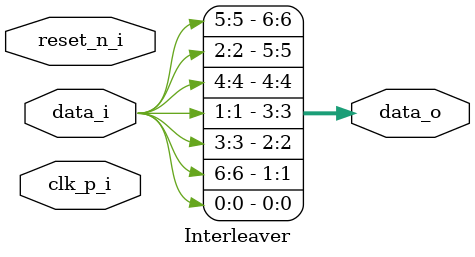
<source format=v>
module Interleaver(
             clk_p_i,
             reset_n_i,
             data_i,
             data_o,
             );

  /*========================IO declaration============================ */	  
      input           clk_p_i;
      input           reset_n_i;
      input   [6:0]  data_i;
      output  [6:0]  data_o;

  /* =======================REG & wire================================ */
        
      assign data_o = { data_i[5], data_i[2], data_i[4], data_i[1], data_i[3], data_i[6], data_i[0] } ;

  /* ====================Combinational Part================== */
  //next-state logic //todo
    
    
			  
  // output logic
    // always@ (*)
    //   begin
          
    //   end

  // state transition
    // always@ (*)
    //   begin
    //       case(state_r)
           
    //        default:
        
    //       endcase
    //   end
   			  //todo
  /* ====================Sequential Part=================== */
    // always@(posedge clk_p_i or negedge reset_n_i)
    // begin
    //     if (reset_n_i == 1'b0)
    //         begin  
                
    //         end
    //     else
    //         begin 

    //         end
    // end
  /* ====================================================== */

endmodule


</source>
